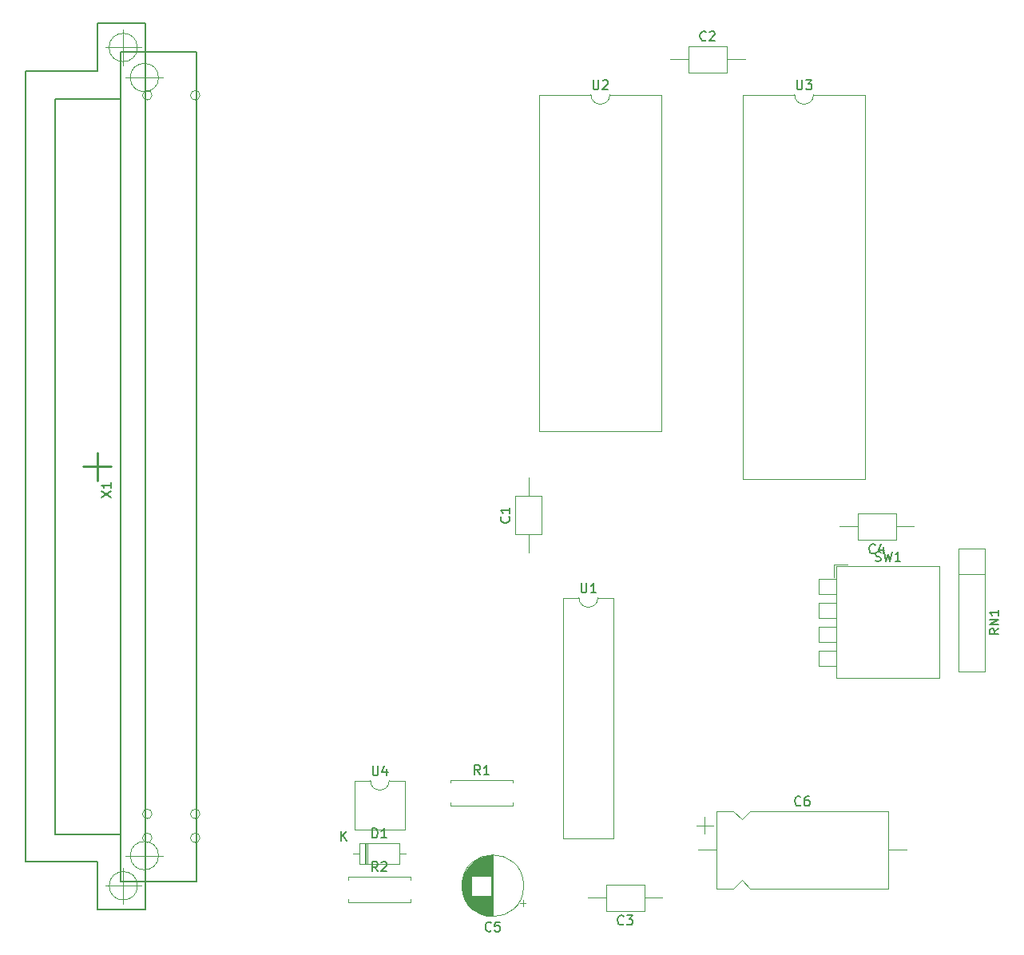
<source format=gbr>
%TF.GenerationSoftware,KiCad,Pcbnew,(5.1.10)-1*%
%TF.CreationDate,2022-01-02T16:59:21+01:00*%
%TF.ProjectId,BasicROM,42617369-6352-44f4-9d2e-6b696361645f,rev?*%
%TF.SameCoordinates,Original*%
%TF.FileFunction,Legend,Top*%
%TF.FilePolarity,Positive*%
%FSLAX46Y46*%
G04 Gerber Fmt 4.6, Leading zero omitted, Abs format (unit mm)*
G04 Created by KiCad (PCBNEW (5.1.10)-1) date 2022-01-02 16:59:21*
%MOMM*%
%LPD*%
G01*
G04 APERTURE LIST*
%ADD10C,0.120000*%
%ADD11C,0.250000*%
%ADD12C,0.100000*%
%ADD13C,0.200000*%
%ADD14C,0.150000*%
G04 APERTURE END LIST*
D10*
%TO.C,C6*%
X139710000Y-137100000D02*
X141510000Y-137100000D01*
X140610000Y-136200000D02*
X140610000Y-138000000D01*
X141810000Y-135580000D02*
X141810000Y-143820000D01*
X160050000Y-135580000D02*
X160050000Y-143820000D01*
X141810000Y-135580000D02*
X143610000Y-135580000D01*
X143610000Y-135580000D02*
X144510000Y-136480000D01*
X144510000Y-136480000D02*
X145410000Y-135580000D01*
X145410000Y-135580000D02*
X160050000Y-135580000D01*
X141810000Y-143820000D02*
X143610000Y-143820000D01*
X143610000Y-143820000D02*
X144510000Y-142920000D01*
X144510000Y-142920000D02*
X145410000Y-143820000D01*
X145410000Y-143820000D02*
X160050000Y-143820000D01*
X139870000Y-139700000D02*
X141810000Y-139700000D01*
X161990000Y-139700000D02*
X160050000Y-139700000D01*
D11*
%TO.C,X1*%
X76200000Y-97560000D02*
X76200000Y-100560000D01*
X77700000Y-99060000D02*
X74700000Y-99060000D01*
D12*
X81200000Y-138310000D02*
X81200000Y-142310000D01*
X83200000Y-140310000D02*
X79200000Y-140310000D01*
X82700000Y-140310000D02*
G75*
G03*
X82700000Y-140310000I-1500000J0D01*
G01*
X81200000Y-55810000D02*
X81200000Y-59810000D01*
X83200000Y-57810000D02*
X79200000Y-57810000D01*
X82700000Y-57810000D02*
G75*
G03*
X82700000Y-57810000I-1500000J0D01*
G01*
D13*
X71700000Y-60060000D02*
X78700000Y-60060000D01*
X71700000Y-138060000D02*
X71700000Y-60060000D01*
X78700000Y-138060000D02*
X71700000Y-138060000D01*
X86700000Y-143060000D02*
X78700000Y-143060000D01*
X86700000Y-55060000D02*
X86700000Y-143060000D01*
X78700000Y-55060000D02*
X86700000Y-55060000D01*
X78700000Y-55060000D02*
X78700000Y-143060000D01*
D12*
X87088600Y-138430000D02*
G75*
G03*
X87088600Y-138430000I-500000J0D01*
G01*
X87088600Y-135890000D02*
G75*
G03*
X87088600Y-135890000I-500000J0D01*
G01*
X87088600Y-59690000D02*
G75*
G03*
X87088600Y-59690000I-500000J0D01*
G01*
X82008600Y-138430000D02*
G75*
G03*
X82008600Y-138430000I-500000J0D01*
G01*
X82008600Y-135890000D02*
G75*
G03*
X82008600Y-135890000I-500000J0D01*
G01*
X82008600Y-59690000D02*
G75*
G03*
X82008600Y-59690000I-500000J0D01*
G01*
X80468600Y-143510000D02*
G75*
G03*
X80468600Y-143510000I-1500000J0D01*
G01*
X80873600Y-143510000D02*
X77063600Y-143510000D01*
X78968600Y-141605000D02*
X78968600Y-145415000D01*
X80860900Y-54622700D02*
X77050900Y-54622700D01*
X78955900Y-52717700D02*
X78955900Y-56527700D01*
X80455900Y-54622700D02*
G75*
G03*
X80455900Y-54622700I-1500000J0D01*
G01*
D13*
X81280000Y-52070000D02*
X76200000Y-52070000D01*
X76200000Y-57150000D02*
X68580000Y-57150000D01*
X76200000Y-52070000D02*
X76200000Y-57150000D01*
X76200000Y-146050000D02*
X81280000Y-146050000D01*
X76200000Y-140970000D02*
X76200000Y-146050000D01*
X68580000Y-140970000D02*
X76200000Y-140970000D01*
X68580000Y-57150000D02*
X68580000Y-140970000D01*
X81280000Y-146050000D02*
X81280000Y-52070000D01*
D10*
%TO.C,U2*%
X128540000Y-59630000D02*
X123080000Y-59630000D01*
X123080000Y-59630000D02*
X123080000Y-95310000D01*
X123080000Y-95310000D02*
X136000000Y-95310000D01*
X136000000Y-95310000D02*
X136000000Y-59630000D01*
X136000000Y-59630000D02*
X130540000Y-59630000D01*
X130540000Y-59630000D02*
G75*
G02*
X128540000Y-59630000I-1000000J0D01*
G01*
%TO.C,U4*%
X108804759Y-132360000D02*
X107154759Y-132360000D01*
X108804759Y-137560000D02*
X108804759Y-132360000D01*
X103504759Y-137560000D02*
X108804759Y-137560000D01*
X103504759Y-132360000D02*
X103504759Y-137560000D01*
X105154759Y-132360000D02*
X103504759Y-132360000D01*
X107154759Y-132360000D02*
G75*
G02*
X105154759Y-132360000I-1000000J0D01*
G01*
%TO.C,R2*%
X109374759Y-145260000D02*
X109374759Y-144930000D01*
X102834759Y-145260000D02*
X109374759Y-145260000D01*
X102834759Y-144930000D02*
X102834759Y-145260000D01*
X109374759Y-142520000D02*
X109374759Y-142850000D01*
X102834759Y-142520000D02*
X109374759Y-142520000D01*
X102834759Y-142850000D02*
X102834759Y-142520000D01*
%TO.C,R1*%
X120224759Y-135010000D02*
X120224759Y-134680000D01*
X113684759Y-135010000D02*
X120224759Y-135010000D01*
X113684759Y-134680000D02*
X113684759Y-135010000D01*
X120224759Y-132270000D02*
X120224759Y-132600000D01*
X113684759Y-132270000D02*
X120224759Y-132270000D01*
X113684759Y-132600000D02*
X113684759Y-132270000D01*
%TO.C,D1*%
X104584759Y-138970000D02*
X104584759Y-141210000D01*
X104824759Y-138970000D02*
X104824759Y-141210000D01*
X104704759Y-138970000D02*
X104704759Y-141210000D01*
X108874759Y-140090000D02*
X108224759Y-140090000D01*
X103334759Y-140090000D02*
X103984759Y-140090000D01*
X108224759Y-138970000D02*
X103984759Y-138970000D01*
X108224759Y-141210000D02*
X108224759Y-138970000D01*
X103984759Y-141210000D02*
X108224759Y-141210000D01*
X103984759Y-138970000D02*
X103984759Y-141210000D01*
%TO.C,C5*%
X121315241Y-145664000D02*
X121315241Y-145034000D01*
X121630241Y-145349000D02*
X121000241Y-145349000D01*
X114889000Y-143912000D02*
X114889000Y-143108000D01*
X114929000Y-144143000D02*
X114929000Y-142877000D01*
X114969000Y-144312000D02*
X114969000Y-142708000D01*
X115009000Y-144450000D02*
X115009000Y-142570000D01*
X115049000Y-144569000D02*
X115049000Y-142451000D01*
X115089000Y-144675000D02*
X115089000Y-142345000D01*
X115129000Y-144772000D02*
X115129000Y-142248000D01*
X115169000Y-144860000D02*
X115169000Y-142160000D01*
X115209000Y-144942000D02*
X115209000Y-142078000D01*
X115249000Y-145019000D02*
X115249000Y-142001000D01*
X115289000Y-145091000D02*
X115289000Y-141929000D01*
X115329000Y-145160000D02*
X115329000Y-141860000D01*
X115369000Y-145224000D02*
X115369000Y-141796000D01*
X115409000Y-145286000D02*
X115409000Y-141734000D01*
X115449000Y-145344000D02*
X115449000Y-141676000D01*
X115489000Y-145400000D02*
X115489000Y-141620000D01*
X115529000Y-145454000D02*
X115529000Y-141566000D01*
X115569000Y-145505000D02*
X115569000Y-141515000D01*
X115609000Y-145554000D02*
X115609000Y-141466000D01*
X115649000Y-145602000D02*
X115649000Y-141418000D01*
X115689000Y-145647000D02*
X115689000Y-141373000D01*
X115729000Y-145692000D02*
X115729000Y-141328000D01*
X115769000Y-145734000D02*
X115769000Y-141286000D01*
X115809000Y-145775000D02*
X115809000Y-141245000D01*
X115849000Y-142470000D02*
X115849000Y-141205000D01*
X115849000Y-145815000D02*
X115849000Y-144550000D01*
X115889000Y-142470000D02*
X115889000Y-141167000D01*
X115889000Y-145853000D02*
X115889000Y-144550000D01*
X115929000Y-142470000D02*
X115929000Y-141130000D01*
X115929000Y-145890000D02*
X115929000Y-144550000D01*
X115969000Y-142470000D02*
X115969000Y-141094000D01*
X115969000Y-145926000D02*
X115969000Y-144550000D01*
X116009000Y-142470000D02*
X116009000Y-141060000D01*
X116009000Y-145960000D02*
X116009000Y-144550000D01*
X116049000Y-142470000D02*
X116049000Y-141026000D01*
X116049000Y-145994000D02*
X116049000Y-144550000D01*
X116089000Y-142470000D02*
X116089000Y-140994000D01*
X116089000Y-146026000D02*
X116089000Y-144550000D01*
X116129000Y-142470000D02*
X116129000Y-140962000D01*
X116129000Y-146058000D02*
X116129000Y-144550000D01*
X116169000Y-142470000D02*
X116169000Y-140932000D01*
X116169000Y-146088000D02*
X116169000Y-144550000D01*
X116209000Y-142470000D02*
X116209000Y-140903000D01*
X116209000Y-146117000D02*
X116209000Y-144550000D01*
X116249000Y-142470000D02*
X116249000Y-140874000D01*
X116249000Y-146146000D02*
X116249000Y-144550000D01*
X116289000Y-142470000D02*
X116289000Y-140846000D01*
X116289000Y-146174000D02*
X116289000Y-144550000D01*
X116329000Y-142470000D02*
X116329000Y-140820000D01*
X116329000Y-146200000D02*
X116329000Y-144550000D01*
X116369000Y-142470000D02*
X116369000Y-140794000D01*
X116369000Y-146226000D02*
X116369000Y-144550000D01*
X116409000Y-142470000D02*
X116409000Y-140768000D01*
X116409000Y-146252000D02*
X116409000Y-144550000D01*
X116449000Y-142470000D02*
X116449000Y-140744000D01*
X116449000Y-146276000D02*
X116449000Y-144550000D01*
X116489000Y-142470000D02*
X116489000Y-140720000D01*
X116489000Y-146300000D02*
X116489000Y-144550000D01*
X116529000Y-142470000D02*
X116529000Y-140698000D01*
X116529000Y-146322000D02*
X116529000Y-144550000D01*
X116569000Y-142470000D02*
X116569000Y-140676000D01*
X116569000Y-146344000D02*
X116569000Y-144550000D01*
X116609000Y-142470000D02*
X116609000Y-140654000D01*
X116609000Y-146366000D02*
X116609000Y-144550000D01*
X116649000Y-142470000D02*
X116649000Y-140634000D01*
X116649000Y-146386000D02*
X116649000Y-144550000D01*
X116689000Y-142470000D02*
X116689000Y-140614000D01*
X116689000Y-146406000D02*
X116689000Y-144550000D01*
X116729000Y-142470000D02*
X116729000Y-140594000D01*
X116729000Y-146426000D02*
X116729000Y-144550000D01*
X116769000Y-142470000D02*
X116769000Y-140576000D01*
X116769000Y-146444000D02*
X116769000Y-144550000D01*
X116809000Y-142470000D02*
X116809000Y-140558000D01*
X116809000Y-146462000D02*
X116809000Y-144550000D01*
X116849000Y-142470000D02*
X116849000Y-140540000D01*
X116849000Y-146480000D02*
X116849000Y-144550000D01*
X116889000Y-142470000D02*
X116889000Y-140524000D01*
X116889000Y-146496000D02*
X116889000Y-144550000D01*
X116929000Y-142470000D02*
X116929000Y-140508000D01*
X116929000Y-146512000D02*
X116929000Y-144550000D01*
X116969000Y-142470000D02*
X116969000Y-140492000D01*
X116969000Y-146528000D02*
X116969000Y-144550000D01*
X117009000Y-142470000D02*
X117009000Y-140477000D01*
X117009000Y-146543000D02*
X117009000Y-144550000D01*
X117049000Y-142470000D02*
X117049000Y-140463000D01*
X117049000Y-146557000D02*
X117049000Y-144550000D01*
X117089000Y-142470000D02*
X117089000Y-140449000D01*
X117089000Y-146571000D02*
X117089000Y-144550000D01*
X117129000Y-142470000D02*
X117129000Y-140436000D01*
X117129000Y-146584000D02*
X117129000Y-144550000D01*
X117169000Y-142470000D02*
X117169000Y-140424000D01*
X117169000Y-146596000D02*
X117169000Y-144550000D01*
X117209000Y-142470000D02*
X117209000Y-140412000D01*
X117209000Y-146608000D02*
X117209000Y-144550000D01*
X117249000Y-142470000D02*
X117249000Y-140400000D01*
X117249000Y-146620000D02*
X117249000Y-144550000D01*
X117289000Y-142470000D02*
X117289000Y-140389000D01*
X117289000Y-146631000D02*
X117289000Y-144550000D01*
X117329000Y-142470000D02*
X117329000Y-140379000D01*
X117329000Y-146641000D02*
X117329000Y-144550000D01*
X117369000Y-142470000D02*
X117369000Y-140369000D01*
X117369000Y-146651000D02*
X117369000Y-144550000D01*
X117409000Y-142470000D02*
X117409000Y-140360000D01*
X117409000Y-146660000D02*
X117409000Y-144550000D01*
X117450000Y-142470000D02*
X117450000Y-140351000D01*
X117450000Y-146669000D02*
X117450000Y-144550000D01*
X117490000Y-142470000D02*
X117490000Y-140343000D01*
X117490000Y-146677000D02*
X117490000Y-144550000D01*
X117530000Y-142470000D02*
X117530000Y-140335000D01*
X117530000Y-146685000D02*
X117530000Y-144550000D01*
X117570000Y-142470000D02*
X117570000Y-140328000D01*
X117570000Y-146692000D02*
X117570000Y-144550000D01*
X117610000Y-142470000D02*
X117610000Y-140321000D01*
X117610000Y-146699000D02*
X117610000Y-144550000D01*
X117650000Y-142470000D02*
X117650000Y-140315000D01*
X117650000Y-146705000D02*
X117650000Y-144550000D01*
X117690000Y-142470000D02*
X117690000Y-140309000D01*
X117690000Y-146711000D02*
X117690000Y-144550000D01*
X117730000Y-142470000D02*
X117730000Y-140304000D01*
X117730000Y-146716000D02*
X117730000Y-144550000D01*
X117770000Y-142470000D02*
X117770000Y-140299000D01*
X117770000Y-146721000D02*
X117770000Y-144550000D01*
X117810000Y-142470000D02*
X117810000Y-140295000D01*
X117810000Y-146725000D02*
X117810000Y-144550000D01*
X117850000Y-142470000D02*
X117850000Y-140292000D01*
X117850000Y-146728000D02*
X117850000Y-144550000D01*
X117890000Y-142470000D02*
X117890000Y-140288000D01*
X117890000Y-146732000D02*
X117890000Y-144550000D01*
X117930000Y-146734000D02*
X117930000Y-140286000D01*
X117970000Y-146737000D02*
X117970000Y-140283000D01*
X118010000Y-146738000D02*
X118010000Y-140282000D01*
X118050000Y-146740000D02*
X118050000Y-140280000D01*
X118090000Y-146740000D02*
X118090000Y-140280000D01*
X118130000Y-146740000D02*
X118130000Y-140280000D01*
X121400000Y-143510000D02*
G75*
G03*
X121400000Y-143510000I-3270000J0D01*
G01*
%TO.C,U3*%
X150130000Y-59630000D02*
X144670000Y-59630000D01*
X144670000Y-59630000D02*
X144670000Y-100390000D01*
X144670000Y-100390000D02*
X157590000Y-100390000D01*
X157590000Y-100390000D02*
X157590000Y-59630000D01*
X157590000Y-59630000D02*
X152130000Y-59630000D01*
X152130000Y-59630000D02*
G75*
G02*
X150130000Y-59630000I-1000000J0D01*
G01*
%TO.C,U1*%
X127270000Y-112970000D02*
X125620000Y-112970000D01*
X125620000Y-112970000D02*
X125620000Y-138490000D01*
X125620000Y-138490000D02*
X130920000Y-138490000D01*
X130920000Y-138490000D02*
X130920000Y-112970000D01*
X130920000Y-112970000D02*
X129270000Y-112970000D01*
X129270000Y-112970000D02*
G75*
G02*
X127270000Y-112970000I-1000000J0D01*
G01*
%TO.C,SW1*%
X154560000Y-109650000D02*
X165480000Y-109650000D01*
X154560000Y-121490000D02*
X165480000Y-121490000D01*
X154560000Y-109650000D02*
X154560000Y-121490000D01*
X165480000Y-109650000D02*
X165480000Y-121490000D01*
X154320000Y-109410000D02*
X155703000Y-109410000D01*
X154320000Y-109410000D02*
X154320000Y-110793000D01*
X152700000Y-110950000D02*
X154560000Y-110950000D01*
X152700000Y-112570000D02*
X154560000Y-112570000D01*
X152700000Y-110950000D02*
X152700000Y-112570000D01*
X154560000Y-110950000D02*
X154560000Y-112570000D01*
X152700000Y-113490000D02*
X154560000Y-113490000D01*
X152700000Y-115110000D02*
X154560000Y-115110000D01*
X152700000Y-113490000D02*
X152700000Y-115110000D01*
X154560000Y-113490000D02*
X154560000Y-115110000D01*
X152700000Y-116030000D02*
X154560000Y-116030000D01*
X152700000Y-117650000D02*
X154560000Y-117650000D01*
X152700000Y-116030000D02*
X152700000Y-117650000D01*
X154560000Y-116030000D02*
X154560000Y-117650000D01*
X152700000Y-118570000D02*
X154560000Y-118570000D01*
X152700000Y-120190000D02*
X154560000Y-120190000D01*
X152700000Y-118570000D02*
X152700000Y-120190000D01*
X154560000Y-118570000D02*
X154560000Y-120190000D01*
%TO.C,RN1*%
X170310000Y-107780000D02*
X167510000Y-107780000D01*
X167510000Y-107780000D02*
X167510000Y-120820000D01*
X167510000Y-120820000D02*
X170310000Y-120820000D01*
X170310000Y-120820000D02*
X170310000Y-107780000D01*
X170310000Y-110490000D02*
X167510000Y-110490000D01*
%TO.C,C4*%
X160850000Y-106830000D02*
X160850000Y-103990000D01*
X160850000Y-103990000D02*
X156810000Y-103990000D01*
X156810000Y-103990000D02*
X156810000Y-106830000D01*
X156810000Y-106830000D02*
X160850000Y-106830000D01*
X162790000Y-105410000D02*
X160850000Y-105410000D01*
X154870000Y-105410000D02*
X156810000Y-105410000D01*
%TO.C,C3*%
X134180000Y-146200000D02*
X134180000Y-143360000D01*
X134180000Y-143360000D02*
X130140000Y-143360000D01*
X130140000Y-143360000D02*
X130140000Y-146200000D01*
X130140000Y-146200000D02*
X134180000Y-146200000D01*
X136120000Y-144780000D02*
X134180000Y-144780000D01*
X128200000Y-144780000D02*
X130140000Y-144780000D01*
%TO.C,C2*%
X138870000Y-54460000D02*
X138870000Y-57300000D01*
X138870000Y-57300000D02*
X142910000Y-57300000D01*
X142910000Y-57300000D02*
X142910000Y-54460000D01*
X142910000Y-54460000D02*
X138870000Y-54460000D01*
X136930000Y-55880000D02*
X138870000Y-55880000D01*
X144850000Y-55880000D02*
X142910000Y-55880000D01*
%TO.C,C1*%
X120500000Y-106240000D02*
X123340000Y-106240000D01*
X123340000Y-106240000D02*
X123340000Y-102200000D01*
X123340000Y-102200000D02*
X120500000Y-102200000D01*
X120500000Y-102200000D02*
X120500000Y-106240000D01*
X121920000Y-108180000D02*
X121920000Y-106240000D01*
X121920000Y-100260000D02*
X121920000Y-102200000D01*
%TO.C,C6*%
D14*
X150763333Y-134937142D02*
X150715714Y-134984761D01*
X150572857Y-135032380D01*
X150477619Y-135032380D01*
X150334761Y-134984761D01*
X150239523Y-134889523D01*
X150191904Y-134794285D01*
X150144285Y-134603809D01*
X150144285Y-134460952D01*
X150191904Y-134270476D01*
X150239523Y-134175238D01*
X150334761Y-134080000D01*
X150477619Y-134032380D01*
X150572857Y-134032380D01*
X150715714Y-134080000D01*
X150763333Y-134127619D01*
X151620476Y-134032380D02*
X151430000Y-134032380D01*
X151334761Y-134080000D01*
X151287142Y-134127619D01*
X151191904Y-134270476D01*
X151144285Y-134460952D01*
X151144285Y-134841904D01*
X151191904Y-134937142D01*
X151239523Y-134984761D01*
X151334761Y-135032380D01*
X151525238Y-135032380D01*
X151620476Y-134984761D01*
X151668095Y-134937142D01*
X151715714Y-134841904D01*
X151715714Y-134603809D01*
X151668095Y-134508571D01*
X151620476Y-134460952D01*
X151525238Y-134413333D01*
X151334761Y-134413333D01*
X151239523Y-134460952D01*
X151191904Y-134508571D01*
X151144285Y-134603809D01*
%TO.C,X1*%
X76652380Y-102319404D02*
X77652380Y-101652738D01*
X76652380Y-101652738D02*
X77652380Y-102319404D01*
X77652380Y-100747976D02*
X77652380Y-101319404D01*
X77652380Y-101033690D02*
X76652380Y-101033690D01*
X76795238Y-101128928D01*
X76890476Y-101224166D01*
X76938095Y-101319404D01*
%TO.C,U2*%
X128778095Y-58082380D02*
X128778095Y-58891904D01*
X128825714Y-58987142D01*
X128873333Y-59034761D01*
X128968571Y-59082380D01*
X129159047Y-59082380D01*
X129254285Y-59034761D01*
X129301904Y-58987142D01*
X129349523Y-58891904D01*
X129349523Y-58082380D01*
X129778095Y-58177619D02*
X129825714Y-58130000D01*
X129920952Y-58082380D01*
X130159047Y-58082380D01*
X130254285Y-58130000D01*
X130301904Y-58177619D01*
X130349523Y-58272857D01*
X130349523Y-58368095D01*
X130301904Y-58510952D01*
X129730476Y-59082380D01*
X130349523Y-59082380D01*
%TO.C,U4*%
X105392854Y-130812380D02*
X105392854Y-131621904D01*
X105440473Y-131717142D01*
X105488092Y-131764761D01*
X105583330Y-131812380D01*
X105773806Y-131812380D01*
X105869044Y-131764761D01*
X105916663Y-131717142D01*
X105964282Y-131621904D01*
X105964282Y-130812380D01*
X106869044Y-131145714D02*
X106869044Y-131812380D01*
X106630949Y-130764761D02*
X106392854Y-131479047D01*
X107011901Y-131479047D01*
%TO.C,R2*%
X105938092Y-141972380D02*
X105604759Y-141496190D01*
X105366663Y-141972380D02*
X105366663Y-140972380D01*
X105747616Y-140972380D01*
X105842854Y-141020000D01*
X105890473Y-141067619D01*
X105938092Y-141162857D01*
X105938092Y-141305714D01*
X105890473Y-141400952D01*
X105842854Y-141448571D01*
X105747616Y-141496190D01*
X105366663Y-141496190D01*
X106319044Y-141067619D02*
X106366663Y-141020000D01*
X106461901Y-140972380D01*
X106699997Y-140972380D01*
X106795235Y-141020000D01*
X106842854Y-141067619D01*
X106890473Y-141162857D01*
X106890473Y-141258095D01*
X106842854Y-141400952D01*
X106271425Y-141972380D01*
X106890473Y-141972380D01*
%TO.C,R1*%
X116788092Y-131722380D02*
X116454759Y-131246190D01*
X116216663Y-131722380D02*
X116216663Y-130722380D01*
X116597616Y-130722380D01*
X116692854Y-130770000D01*
X116740473Y-130817619D01*
X116788092Y-130912857D01*
X116788092Y-131055714D01*
X116740473Y-131150952D01*
X116692854Y-131198571D01*
X116597616Y-131246190D01*
X116216663Y-131246190D01*
X117740473Y-131722380D02*
X117169044Y-131722380D01*
X117454759Y-131722380D02*
X117454759Y-130722380D01*
X117359520Y-130865238D01*
X117264282Y-130960476D01*
X117169044Y-131008095D01*
%TO.C,D1*%
X105366663Y-138422380D02*
X105366663Y-137422380D01*
X105604759Y-137422380D01*
X105747616Y-137470000D01*
X105842854Y-137565238D01*
X105890473Y-137660476D01*
X105938092Y-137850952D01*
X105938092Y-137993809D01*
X105890473Y-138184285D01*
X105842854Y-138279523D01*
X105747616Y-138374761D01*
X105604759Y-138422380D01*
X105366663Y-138422380D01*
X106890473Y-138422380D02*
X106319044Y-138422380D01*
X106604759Y-138422380D02*
X106604759Y-137422380D01*
X106509520Y-137565238D01*
X106414282Y-137660476D01*
X106319044Y-137708095D01*
X102032854Y-138742380D02*
X102032854Y-137742380D01*
X102604282Y-138742380D02*
X102175711Y-138170952D01*
X102604282Y-137742380D02*
X102032854Y-138313809D01*
%TO.C,C5*%
X117963333Y-148267142D02*
X117915714Y-148314761D01*
X117772857Y-148362380D01*
X117677619Y-148362380D01*
X117534761Y-148314761D01*
X117439523Y-148219523D01*
X117391904Y-148124285D01*
X117344285Y-147933809D01*
X117344285Y-147790952D01*
X117391904Y-147600476D01*
X117439523Y-147505238D01*
X117534761Y-147410000D01*
X117677619Y-147362380D01*
X117772857Y-147362380D01*
X117915714Y-147410000D01*
X117963333Y-147457619D01*
X118868095Y-147362380D02*
X118391904Y-147362380D01*
X118344285Y-147838571D01*
X118391904Y-147790952D01*
X118487142Y-147743333D01*
X118725238Y-147743333D01*
X118820476Y-147790952D01*
X118868095Y-147838571D01*
X118915714Y-147933809D01*
X118915714Y-148171904D01*
X118868095Y-148267142D01*
X118820476Y-148314761D01*
X118725238Y-148362380D01*
X118487142Y-148362380D01*
X118391904Y-148314761D01*
X118344285Y-148267142D01*
%TO.C,U3*%
X150368095Y-58082380D02*
X150368095Y-58891904D01*
X150415714Y-58987142D01*
X150463333Y-59034761D01*
X150558571Y-59082380D01*
X150749047Y-59082380D01*
X150844285Y-59034761D01*
X150891904Y-58987142D01*
X150939523Y-58891904D01*
X150939523Y-58082380D01*
X151320476Y-58082380D02*
X151939523Y-58082380D01*
X151606190Y-58463333D01*
X151749047Y-58463333D01*
X151844285Y-58510952D01*
X151891904Y-58558571D01*
X151939523Y-58653809D01*
X151939523Y-58891904D01*
X151891904Y-58987142D01*
X151844285Y-59034761D01*
X151749047Y-59082380D01*
X151463333Y-59082380D01*
X151368095Y-59034761D01*
X151320476Y-58987142D01*
%TO.C,U1*%
X127508095Y-111422380D02*
X127508095Y-112231904D01*
X127555714Y-112327142D01*
X127603333Y-112374761D01*
X127698571Y-112422380D01*
X127889047Y-112422380D01*
X127984285Y-112374761D01*
X128031904Y-112327142D01*
X128079523Y-112231904D01*
X128079523Y-111422380D01*
X129079523Y-112422380D02*
X128508095Y-112422380D01*
X128793809Y-112422380D02*
X128793809Y-111422380D01*
X128698571Y-111565238D01*
X128603333Y-111660476D01*
X128508095Y-111708095D01*
%TO.C,SW1*%
X158686666Y-109054761D02*
X158829523Y-109102380D01*
X159067619Y-109102380D01*
X159162857Y-109054761D01*
X159210476Y-109007142D01*
X159258095Y-108911904D01*
X159258095Y-108816666D01*
X159210476Y-108721428D01*
X159162857Y-108673809D01*
X159067619Y-108626190D01*
X158877142Y-108578571D01*
X158781904Y-108530952D01*
X158734285Y-108483333D01*
X158686666Y-108388095D01*
X158686666Y-108292857D01*
X158734285Y-108197619D01*
X158781904Y-108150000D01*
X158877142Y-108102380D01*
X159115238Y-108102380D01*
X159258095Y-108150000D01*
X159591428Y-108102380D02*
X159829523Y-109102380D01*
X160020000Y-108388095D01*
X160210476Y-109102380D01*
X160448571Y-108102380D01*
X161353333Y-109102380D02*
X160781904Y-109102380D01*
X161067619Y-109102380D02*
X161067619Y-108102380D01*
X160972380Y-108245238D01*
X160877142Y-108340476D01*
X160781904Y-108388095D01*
%TO.C,RN1*%
X171762380Y-116260476D02*
X171286190Y-116593809D01*
X171762380Y-116831904D02*
X170762380Y-116831904D01*
X170762380Y-116450952D01*
X170810000Y-116355714D01*
X170857619Y-116308095D01*
X170952857Y-116260476D01*
X171095714Y-116260476D01*
X171190952Y-116308095D01*
X171238571Y-116355714D01*
X171286190Y-116450952D01*
X171286190Y-116831904D01*
X171762380Y-115831904D02*
X170762380Y-115831904D01*
X171762380Y-115260476D01*
X170762380Y-115260476D01*
X171762380Y-114260476D02*
X171762380Y-114831904D01*
X171762380Y-114546190D02*
X170762380Y-114546190D01*
X170905238Y-114641428D01*
X171000476Y-114736666D01*
X171048095Y-114831904D01*
%TO.C,C4*%
X158663333Y-108187142D02*
X158615714Y-108234761D01*
X158472857Y-108282380D01*
X158377619Y-108282380D01*
X158234761Y-108234761D01*
X158139523Y-108139523D01*
X158091904Y-108044285D01*
X158044285Y-107853809D01*
X158044285Y-107710952D01*
X158091904Y-107520476D01*
X158139523Y-107425238D01*
X158234761Y-107330000D01*
X158377619Y-107282380D01*
X158472857Y-107282380D01*
X158615714Y-107330000D01*
X158663333Y-107377619D01*
X159520476Y-107615714D02*
X159520476Y-108282380D01*
X159282380Y-107234761D02*
X159044285Y-107949047D01*
X159663333Y-107949047D01*
%TO.C,C3*%
X131993333Y-147557142D02*
X131945714Y-147604761D01*
X131802857Y-147652380D01*
X131707619Y-147652380D01*
X131564761Y-147604761D01*
X131469523Y-147509523D01*
X131421904Y-147414285D01*
X131374285Y-147223809D01*
X131374285Y-147080952D01*
X131421904Y-146890476D01*
X131469523Y-146795238D01*
X131564761Y-146700000D01*
X131707619Y-146652380D01*
X131802857Y-146652380D01*
X131945714Y-146700000D01*
X131993333Y-146747619D01*
X132326666Y-146652380D02*
X132945714Y-146652380D01*
X132612380Y-147033333D01*
X132755238Y-147033333D01*
X132850476Y-147080952D01*
X132898095Y-147128571D01*
X132945714Y-147223809D01*
X132945714Y-147461904D01*
X132898095Y-147557142D01*
X132850476Y-147604761D01*
X132755238Y-147652380D01*
X132469523Y-147652380D01*
X132374285Y-147604761D01*
X132326666Y-147557142D01*
%TO.C,C2*%
X140723333Y-53817142D02*
X140675714Y-53864761D01*
X140532857Y-53912380D01*
X140437619Y-53912380D01*
X140294761Y-53864761D01*
X140199523Y-53769523D01*
X140151904Y-53674285D01*
X140104285Y-53483809D01*
X140104285Y-53340952D01*
X140151904Y-53150476D01*
X140199523Y-53055238D01*
X140294761Y-52960000D01*
X140437619Y-52912380D01*
X140532857Y-52912380D01*
X140675714Y-52960000D01*
X140723333Y-53007619D01*
X141104285Y-53007619D02*
X141151904Y-52960000D01*
X141247142Y-52912380D01*
X141485238Y-52912380D01*
X141580476Y-52960000D01*
X141628095Y-53007619D01*
X141675714Y-53102857D01*
X141675714Y-53198095D01*
X141628095Y-53340952D01*
X141056666Y-53912380D01*
X141675714Y-53912380D01*
%TO.C,C1*%
X119857142Y-104386666D02*
X119904761Y-104434285D01*
X119952380Y-104577142D01*
X119952380Y-104672380D01*
X119904761Y-104815238D01*
X119809523Y-104910476D01*
X119714285Y-104958095D01*
X119523809Y-105005714D01*
X119380952Y-105005714D01*
X119190476Y-104958095D01*
X119095238Y-104910476D01*
X119000000Y-104815238D01*
X118952380Y-104672380D01*
X118952380Y-104577142D01*
X119000000Y-104434285D01*
X119047619Y-104386666D01*
X119952380Y-103434285D02*
X119952380Y-104005714D01*
X119952380Y-103720000D02*
X118952380Y-103720000D01*
X119095238Y-103815238D01*
X119190476Y-103910476D01*
X119238095Y-104005714D01*
%TD*%
M02*

</source>
